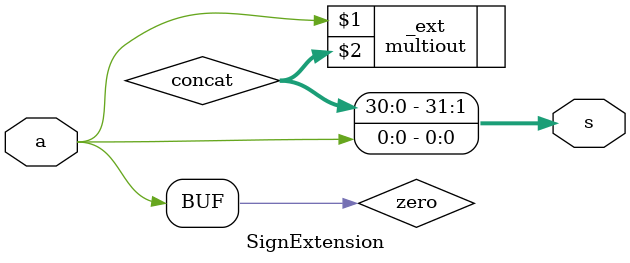
<source format=sv>
module SignExtension #(parameter bus = 32, parameter inputsize = 1) (input logic [inputsize-1:0]a,output logic [bus-1:0] s);

	logic[bus-1-inputsize:0] concat;
	logic zero;
	assign zero = a[inputsize-1];
	
	multiout #(bus-inputsize) _ext(zero,concat);
	
	assign s = {concat,a};

endmodule


</source>
